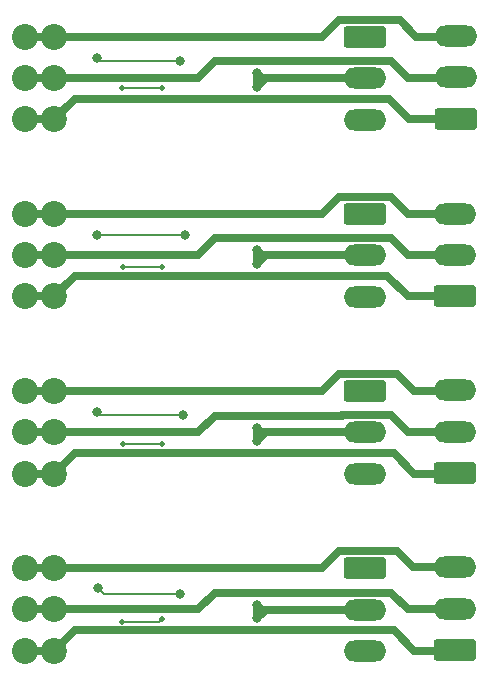
<source format=gbr>
%TF.GenerationSoftware,KiCad,Pcbnew,8.0.5*%
%TF.CreationDate,2025-06-13T11:28:52+02:00*%
%TF.ProjectId,insulFrogExtensionSMD,696e7375-6c46-4726-9f67-457874656e73,rev?*%
%TF.SameCoordinates,Original*%
%TF.FileFunction,Copper,L2,Bot*%
%TF.FilePolarity,Positive*%
%FSLAX46Y46*%
G04 Gerber Fmt 4.6, Leading zero omitted, Abs format (unit mm)*
G04 Created by KiCad (PCBNEW 8.0.5) date 2025-06-13 11:28:52*
%MOMM*%
%LPD*%
G01*
G04 APERTURE LIST*
G04 Aperture macros list*
%AMRoundRect*
0 Rectangle with rounded corners*
0 $1 Rounding radius*
0 $2 $3 $4 $5 $6 $7 $8 $9 X,Y pos of 4 corners*
0 Add a 4 corners polygon primitive as box body*
4,1,4,$2,$3,$4,$5,$6,$7,$8,$9,$2,$3,0*
0 Add four circle primitives for the rounded corners*
1,1,$1+$1,$2,$3*
1,1,$1+$1,$4,$5*
1,1,$1+$1,$6,$7*
1,1,$1+$1,$8,$9*
0 Add four rect primitives between the rounded corners*
20,1,$1+$1,$2,$3,$4,$5,0*
20,1,$1+$1,$4,$5,$6,$7,0*
20,1,$1+$1,$6,$7,$8,$9,0*
20,1,$1+$1,$8,$9,$2,$3,0*%
G04 Aperture macros list end*
%TA.AperFunction,ComponentPad*%
%ADD10O,3.600000X1.800000*%
%TD*%
%TA.AperFunction,ComponentPad*%
%ADD11RoundRect,0.250000X1.550000X-0.650000X1.550000X0.650000X-1.550000X0.650000X-1.550000X-0.650000X0*%
%TD*%
%TA.AperFunction,ComponentPad*%
%ADD12RoundRect,0.250000X-1.550000X0.650000X-1.550000X-0.650000X1.550000X-0.650000X1.550000X0.650000X0*%
%TD*%
%TA.AperFunction,ComponentPad*%
%ADD13C,2.200000*%
%TD*%
%TA.AperFunction,ViaPad*%
%ADD14C,0.500000*%
%TD*%
%TA.AperFunction,ViaPad*%
%ADD15C,0.800000*%
%TD*%
%TA.AperFunction,Conductor*%
%ADD16C,0.200000*%
%TD*%
%TA.AperFunction,Conductor*%
%ADD17C,0.700000*%
%TD*%
G04 APERTURE END LIST*
D10*
%TO.P,J11,3,Pin_3*%
%TO.N,/relay4/coilB*%
X120943000Y-119945000D03*
%TO.P,J11,2,Pin_2*%
%TO.N,/relay4/common*%
X120943000Y-123445000D03*
D11*
%TO.P,J11,1,Pin_1*%
%TO.N,/relay4/coilA*%
X120943000Y-126945000D03*
%TD*%
%TO.P,J8,1,Pin_1*%
%TO.N,/relay3/coilA*%
X120943000Y-111945000D03*
D10*
%TO.P,J8,2,Pin_2*%
%TO.N,/relay3/common*%
X120943000Y-108445000D03*
%TO.P,J8,3,Pin_3*%
%TO.N,/relay3/coilB*%
X120943000Y-104945000D03*
%TD*%
D11*
%TO.P,J3,1,Pin_1*%
%TO.N,/relay1/coilA*%
X121000000Y-81945000D03*
D10*
%TO.P,J3,2,Pin_2*%
%TO.N,/relay1/common*%
X121000000Y-78445000D03*
%TO.P,J3,3,Pin_3*%
%TO.N,/relay1/coilB*%
X121000000Y-74945000D03*
%TD*%
D12*
%TO.P,J12,1,Pin_1*%
%TO.N,/relay4/DCC_A*%
X113357500Y-120017500D03*
D10*
%TO.P,J12,2,Pin_2*%
%TO.N,Net-(J12-Pin_2)*%
X113357500Y-123517500D03*
%TO.P,J12,3,Pin_3*%
%TO.N,/relay4/DCC_B*%
X113357500Y-127017500D03*
%TD*%
D12*
%TO.P,J9,1,Pin_1*%
%TO.N,/relay3/DCC_A*%
X113357500Y-105017500D03*
D10*
%TO.P,J9,2,Pin_2*%
%TO.N,Net-(J9-Pin_2)*%
X113357500Y-108517500D03*
%TO.P,J9,3,Pin_3*%
%TO.N,/relay3/DCC_B*%
X113357500Y-112017500D03*
%TD*%
D12*
%TO.P,J6,1,Pin_1*%
%TO.N,/relay2/DCC_A*%
X113357500Y-90017500D03*
D10*
%TO.P,J6,2,Pin_2*%
%TO.N,Net-(J6-Pin_2)*%
X113357500Y-93517500D03*
%TO.P,J6,3,Pin_3*%
%TO.N,/relay2/DCC_B*%
X113357500Y-97017500D03*
%TD*%
D12*
%TO.P,J5,1,Pin_1*%
%TO.N,/relay1/DCC_A*%
X113357500Y-75017500D03*
D10*
%TO.P,J5,2,Pin_2*%
%TO.N,Net-(J5-Pin_2)*%
X113357500Y-78517500D03*
%TO.P,J5,3,Pin_3*%
%TO.N,/relay1/DCC_B*%
X113357500Y-82017500D03*
%TD*%
D13*
%TO.P,J10,1,Pin_1*%
%TO.N,/relay4/coilA*%
X87000000Y-127000000D03*
X84500000Y-127000000D03*
%TO.P,J10,2,Pin_2*%
%TO.N,/relay4/common*%
X87000000Y-123500000D03*
X84500000Y-123500000D03*
%TO.P,J10,3,Pin_3*%
%TO.N,/relay4/coilB*%
X87000000Y-120000000D03*
X84500000Y-120000000D03*
%TD*%
D11*
%TO.P,J4,1,Pin_1*%
%TO.N,/relay2/coilA*%
X120943000Y-97000000D03*
D10*
%TO.P,J4,2,Pin_2*%
%TO.N,/relay2/common*%
X120943000Y-93500000D03*
%TO.P,J4,3,Pin_3*%
%TO.N,/relay2/coilB*%
X120943000Y-90000000D03*
%TD*%
D13*
%TO.P,J7,1,Pin_1*%
%TO.N,/relay3/coilA*%
X87000000Y-112000000D03*
X84500000Y-112000000D03*
%TO.P,J7,2,Pin_2*%
%TO.N,/relay3/common*%
X87000000Y-108500000D03*
X84500000Y-108500000D03*
%TO.P,J7,3,Pin_3*%
%TO.N,/relay3/coilB*%
X87000000Y-105000000D03*
X84500000Y-105000000D03*
%TD*%
%TO.P,J1,1,Pin_1*%
%TO.N,/relay2/coilA*%
X87000000Y-97000000D03*
X84500000Y-97000000D03*
%TO.P,J1,2,Pin_2*%
%TO.N,/relay2/common*%
X87000000Y-93500000D03*
X84500000Y-93500000D03*
%TO.P,J1,3,Pin_3*%
%TO.N,/relay2/coilB*%
X87000000Y-90000000D03*
X84500000Y-90000000D03*
%TD*%
%TO.P,J2,3,Pin_3*%
%TO.N,/relay1/coilB*%
X84500000Y-75000000D03*
X87000000Y-75000000D03*
%TO.P,J2,2,Pin_2*%
%TO.N,/relay1/common*%
X84500000Y-78500000D03*
X87000000Y-78500000D03*
%TO.P,J2,1,Pin_1*%
%TO.N,/relay1/coilA*%
X84500000Y-82000000D03*
X87000000Y-82000000D03*
%TD*%
D14*
%TO.N,/relay1/coilA*%
X96124000Y-79375000D03*
X92710000Y-79375000D03*
%TO.N,/relay2/coilA*%
X96124000Y-94488000D03*
X92796104Y-94485404D03*
%TO.N,/relay3/coilA*%
X96124000Y-109474000D03*
X92799007Y-109453971D03*
%TO.N,/relay4/coilA*%
X96124000Y-124333000D03*
X92710000Y-124587000D03*
D15*
%TO.N,Net-(D7-A)*%
X90713276Y-121701276D03*
X97663000Y-122174000D03*
%TO.N,Net-(D5-A)*%
X90642776Y-106771776D03*
X97917000Y-107061000D03*
%TO.N,Net-(D3-A)*%
X90635776Y-91778776D03*
X98044000Y-91821000D03*
%TO.N,Net-(D1-A)*%
X90628776Y-76785776D03*
X97663000Y-77089000D03*
%TO.N,Net-(J12-Pin_2)*%
X104137500Y-123105000D03*
X104140000Y-124248000D03*
%TO.N,Net-(J9-Pin_2)*%
X104137500Y-108105000D03*
X104140000Y-109248000D03*
%TO.N,Net-(J6-Pin_2)*%
X104137500Y-93105000D03*
X104140000Y-94248000D03*
%TO.N,Net-(J5-Pin_2)*%
X104140000Y-79248000D03*
X104137500Y-78105000D03*
%TD*%
D16*
%TO.N,/relay1/coilA*%
X92710000Y-79375000D02*
X96124000Y-79375000D01*
%TO.N,/relay2/coilA*%
X92796104Y-94485404D02*
X96121404Y-94485404D01*
X96121404Y-94485404D02*
X96124000Y-94488000D01*
%TO.N,/relay3/coilA*%
X96103971Y-109453971D02*
X96124000Y-109474000D01*
X92799007Y-109453971D02*
X96103971Y-109453971D01*
%TO.N,/relay4/coilA*%
X95870000Y-124587000D02*
X96124000Y-124333000D01*
X92710000Y-124587000D02*
X95870000Y-124587000D01*
D17*
X84500000Y-127000000D02*
X87000000Y-127000000D01*
%TO.N,/relay3/coilA*%
X84500000Y-112000000D02*
X87000000Y-112000000D01*
%TO.N,/relay2/coilA*%
X84500000Y-97000000D02*
X87000000Y-97000000D01*
%TO.N,/relay1/coilA*%
X84500000Y-82000000D02*
X87000000Y-82000000D01*
D16*
%TO.N,Net-(D7-A)*%
X97663000Y-122174000D02*
X91186000Y-122174000D01*
X91186000Y-122174000D02*
X90713276Y-121701276D01*
%TO.N,Net-(D5-A)*%
X97917000Y-107061000D02*
X90932000Y-107061000D01*
X90932000Y-107061000D02*
X90642776Y-106771776D01*
%TO.N,Net-(D3-A)*%
X90678000Y-91821000D02*
X90635776Y-91778776D01*
X98044000Y-91821000D02*
X90678000Y-91821000D01*
%TO.N,Net-(D1-A)*%
X90932000Y-77089000D02*
X90628776Y-76785776D01*
X97663000Y-77089000D02*
X90932000Y-77089000D01*
D17*
%TO.N,/relay1/coilB*%
X109658000Y-75000000D02*
X84500000Y-75000000D01*
X111090500Y-73567500D02*
X109658000Y-75000000D01*
X116239500Y-73567500D02*
X111090500Y-73567500D01*
X120943000Y-75000000D02*
X117672000Y-75000000D01*
X117672000Y-75000000D02*
X116239500Y-73567500D01*
%TO.N,/relay1/coilA*%
X115316000Y-80264000D02*
X88736000Y-80264000D01*
X88736000Y-80264000D02*
X87000000Y-82000000D01*
X117052000Y-82000000D02*
X115316000Y-80264000D01*
X120943000Y-82000000D02*
X117052000Y-82000000D01*
%TO.N,/relay2/coilB*%
X109658000Y-90000000D02*
X84500000Y-90000000D01*
X111090500Y-88567500D02*
X109658000Y-90000000D01*
X116924000Y-90000000D02*
X115491500Y-88567500D01*
X120943000Y-90000000D02*
X116924000Y-90000000D01*
X115491500Y-88567500D02*
X111090500Y-88567500D01*
%TO.N,/relay2/coilA*%
X116939000Y-97000000D02*
X115203000Y-95264000D01*
X88736000Y-95264000D02*
X87000000Y-97000000D01*
X120943000Y-97000000D02*
X116939000Y-97000000D01*
X115203000Y-95264000D02*
X88736000Y-95264000D01*
%TO.N,/relay3/coilB*%
X111090500Y-103567500D02*
X109658000Y-105000000D01*
X117500000Y-105000000D02*
X116067500Y-103567500D01*
X116067500Y-103567500D02*
X111090500Y-103567500D01*
X120943000Y-105000000D02*
X117500000Y-105000000D01*
X109658000Y-105000000D02*
X84500000Y-105000000D01*
%TO.N,/relay3/coilA*%
X115735500Y-110264000D02*
X88736000Y-110264000D01*
X117471500Y-112000000D02*
X115735500Y-110264000D01*
X88736000Y-110264000D02*
X87000000Y-112000000D01*
X120943000Y-112000000D02*
X117471500Y-112000000D01*
%TO.N,/relay4/coilA*%
X115764000Y-125264000D02*
X88736000Y-125264000D01*
X88736000Y-125264000D02*
X87000000Y-127000000D01*
X117500000Y-127000000D02*
X115764000Y-125264000D01*
X120943000Y-127000000D02*
X117500000Y-127000000D01*
%TO.N,/relay4/coilB*%
X117377500Y-119945000D02*
X116000000Y-118567500D01*
X116000000Y-118567500D02*
X111090500Y-118567500D01*
X120943000Y-119945000D02*
X117377500Y-119945000D01*
X109658000Y-120000000D02*
X84500000Y-120000000D01*
X111090500Y-118567500D02*
X109658000Y-120000000D01*
%TO.N,/relay4/common*%
X100598000Y-122089000D02*
X99187000Y-123500000D01*
X120943000Y-123500000D02*
X116981000Y-123500000D01*
X115548500Y-122067500D02*
X111400500Y-122067500D01*
X116981000Y-123500000D02*
X115548500Y-122067500D01*
X111400500Y-122067500D02*
X111379000Y-122089000D01*
X111379000Y-122089000D02*
X100598000Y-122089000D01*
X99187000Y-123500000D02*
X84500000Y-123500000D01*
%TO.N,Net-(J12-Pin_2)*%
X104137500Y-123105000D02*
X104550000Y-123517500D01*
X104140000Y-124248000D02*
X104140000Y-123107500D01*
X104140000Y-123107500D02*
X104137500Y-123105000D01*
X104550000Y-123517500D02*
X104902000Y-123517500D01*
X104902000Y-123517500D02*
X113357500Y-123517500D01*
X104140000Y-124248000D02*
X104171500Y-124248000D01*
X104171500Y-124248000D02*
X104902000Y-123517500D01*
%TO.N,/relay3/common*%
X100598000Y-107089000D02*
X99187000Y-108500000D01*
X120943000Y-108500000D02*
X116981000Y-108500000D01*
X115548500Y-107067500D02*
X111400500Y-107067500D01*
X116981000Y-108500000D02*
X115548500Y-107067500D01*
X111400500Y-107067500D02*
X111379000Y-107089000D01*
X111379000Y-107089000D02*
X100598000Y-107089000D01*
X99187000Y-108500000D02*
X84500000Y-108500000D01*
%TO.N,Net-(J9-Pin_2)*%
X104137500Y-108105000D02*
X104550000Y-108517500D01*
X104140000Y-109248000D02*
X104140000Y-108107500D01*
X104140000Y-108107500D02*
X104137500Y-108105000D01*
X104550000Y-108517500D02*
X104902000Y-108517500D01*
X104902000Y-108517500D02*
X113357500Y-108517500D01*
X104140000Y-109248000D02*
X104171500Y-109248000D01*
X104171500Y-109248000D02*
X104902000Y-108517500D01*
%TO.N,/relay2/common*%
X100598000Y-92089000D02*
X99187000Y-93500000D01*
X120943000Y-93500000D02*
X116981000Y-93500000D01*
X115548500Y-92067500D02*
X111400500Y-92067500D01*
X116981000Y-93500000D02*
X115548500Y-92067500D01*
X111400500Y-92067500D02*
X111379000Y-92089000D01*
X111379000Y-92089000D02*
X100598000Y-92089000D01*
X99187000Y-93500000D02*
X84500000Y-93500000D01*
%TO.N,Net-(J6-Pin_2)*%
X104137500Y-93105000D02*
X104550000Y-93517500D01*
X104140000Y-94248000D02*
X104140000Y-93107500D01*
X104140000Y-93107500D02*
X104137500Y-93105000D01*
X104550000Y-93517500D02*
X104902000Y-93517500D01*
X104902000Y-93517500D02*
X113357500Y-93517500D01*
X104140000Y-94248000D02*
X104171500Y-94248000D01*
X104171500Y-94248000D02*
X104902000Y-93517500D01*
%TO.N,Net-(J5-Pin_2)*%
X104171500Y-79248000D02*
X104902000Y-78517500D01*
X104140000Y-79248000D02*
X104171500Y-79248000D01*
X104902000Y-78517500D02*
X113357500Y-78517500D01*
X104550000Y-78517500D02*
X104902000Y-78517500D01*
X104140000Y-78107500D02*
X104137500Y-78105000D01*
X104140000Y-79248000D02*
X104140000Y-78107500D01*
X104137500Y-78105000D02*
X104550000Y-78517500D01*
%TO.N,/relay1/common*%
X99187000Y-78500000D02*
X84500000Y-78500000D01*
X111379000Y-77089000D02*
X100598000Y-77089000D01*
X111400500Y-77067500D02*
X111379000Y-77089000D01*
X116981000Y-78500000D02*
X115548500Y-77067500D01*
X115548500Y-77067500D02*
X111400500Y-77067500D01*
X120943000Y-78500000D02*
X116981000Y-78500000D01*
X100598000Y-77089000D02*
X99187000Y-78500000D01*
%TD*%
M02*

</source>
